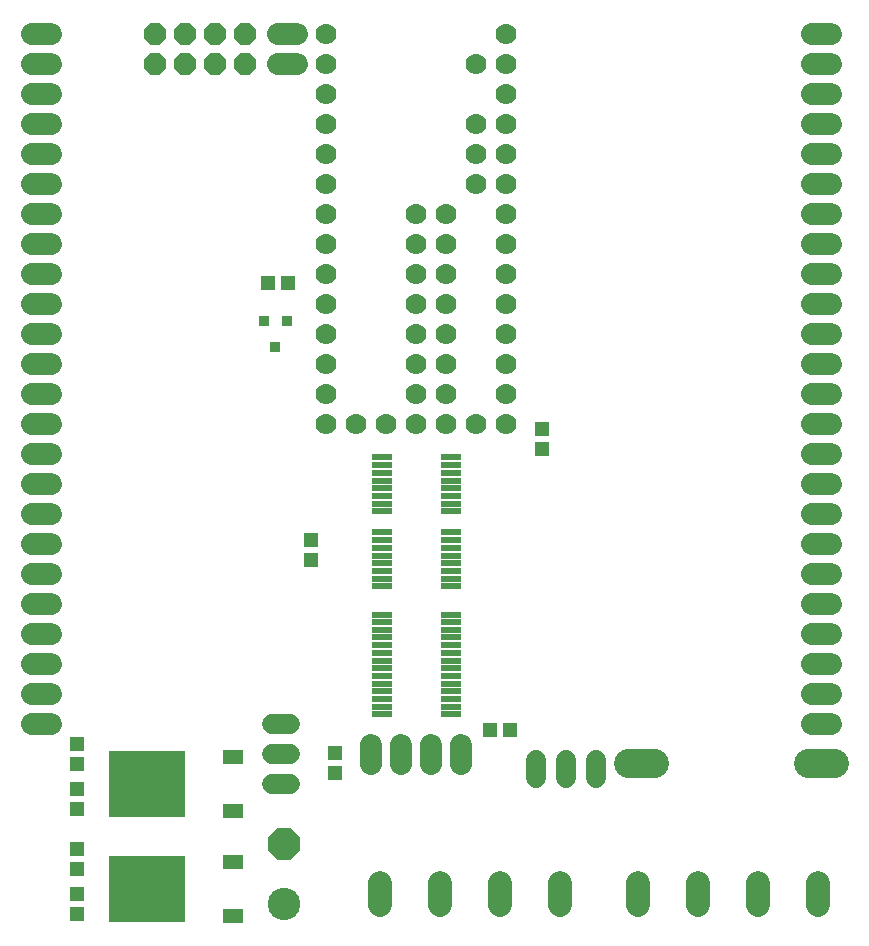
<source format=gts>
G75*
%MOIN*%
%OFA0B0*%
%FSLAX24Y24*%
%IPPOS*%
%LPD*%
%AMOC8*
5,1,8,0,0,1.08239X$1,22.5*
%
%ADD10C,0.1080*%
%ADD11OC8,0.1080*%
%ADD12R,0.0474X0.0513*%
%ADD13C,0.0965*%
%ADD14R,0.2521X0.2206*%
%ADD15R,0.0710X0.0474*%
%ADD16C,0.0680*%
%ADD17R,0.0380X0.0380*%
%ADD18R,0.0513X0.0474*%
%ADD19C,0.0720*%
%ADD20OC8,0.0720*%
%ADD21C,0.0700*%
%ADD22R,0.0660X0.0220*%
%ADD23C,0.0790*%
D10*
X010050Y002400D03*
D11*
X010050Y004400D03*
D12*
X003150Y002065D03*
X003150Y002735D03*
X003150Y003565D03*
X003150Y004235D03*
X003150Y005565D03*
X003150Y006235D03*
X003150Y007065D03*
X003150Y007735D03*
X016915Y008200D03*
X017585Y008200D03*
X010185Y023100D03*
X009515Y023100D03*
D13*
X021508Y007100D02*
X022393Y007100D01*
X027508Y007100D02*
X028393Y007100D01*
D14*
X005466Y006400D03*
X005466Y002900D03*
D15*
X008340Y002002D03*
X008340Y003798D03*
X008340Y005502D03*
X008340Y007298D03*
D16*
X009650Y007400D02*
X010250Y007400D01*
X010250Y006400D02*
X009650Y006400D01*
X009650Y008400D02*
X010250Y008400D01*
X018450Y007200D02*
X018450Y006600D01*
X019450Y006600D02*
X019450Y007200D01*
X020450Y007200D02*
X020450Y006600D01*
D17*
X009740Y020980D03*
X009380Y021834D03*
X010136Y021834D03*
D18*
X010950Y014535D03*
X010950Y013865D03*
X011750Y007435D03*
X011750Y006765D03*
X018650Y017565D03*
X018650Y018235D03*
D19*
X027630Y018400D02*
X028270Y018400D01*
X028270Y017400D02*
X027630Y017400D01*
X027630Y016400D02*
X028270Y016400D01*
X028270Y015400D02*
X027630Y015400D01*
X027630Y014400D02*
X028270Y014400D01*
X028270Y013400D02*
X027630Y013400D01*
X027630Y012400D02*
X028270Y012400D01*
X028270Y011400D02*
X027630Y011400D01*
X027630Y010400D02*
X028270Y010400D01*
X028270Y009400D02*
X027630Y009400D01*
X027630Y008400D02*
X028270Y008400D01*
X028270Y019400D02*
X027630Y019400D01*
X027630Y020400D02*
X028270Y020400D01*
X028270Y021400D02*
X027630Y021400D01*
X027630Y022400D02*
X028270Y022400D01*
X028270Y023400D02*
X027630Y023400D01*
X027630Y024400D02*
X028270Y024400D01*
X028270Y025400D02*
X027630Y025400D01*
X027630Y026400D02*
X028270Y026400D01*
X028270Y027400D02*
X027630Y027400D01*
X027630Y028400D02*
X028270Y028400D01*
X028270Y029400D02*
X027630Y029400D01*
X027630Y030400D02*
X028270Y030400D01*
X028270Y031400D02*
X027630Y031400D01*
X010470Y031400D02*
X009830Y031400D01*
X009830Y030400D02*
X010470Y030400D01*
X002270Y030400D02*
X001630Y030400D01*
X001630Y029400D02*
X002270Y029400D01*
X002270Y028400D02*
X001630Y028400D01*
X001630Y027400D02*
X002270Y027400D01*
X002270Y026400D02*
X001630Y026400D01*
X001630Y025400D02*
X002270Y025400D01*
X002270Y024400D02*
X001630Y024400D01*
X001630Y023400D02*
X002270Y023400D01*
X002270Y022400D02*
X001630Y022400D01*
X001630Y021400D02*
X002270Y021400D01*
X002270Y020400D02*
X001630Y020400D01*
X001630Y019400D02*
X002270Y019400D01*
X002270Y018400D02*
X001630Y018400D01*
X001630Y017400D02*
X002270Y017400D01*
X002270Y016400D02*
X001630Y016400D01*
X001630Y015400D02*
X002270Y015400D01*
X002270Y014400D02*
X001630Y014400D01*
X001630Y013400D02*
X002270Y013400D01*
X002270Y012400D02*
X001630Y012400D01*
X001630Y011400D02*
X002270Y011400D01*
X002270Y010400D02*
X001630Y010400D01*
X001630Y009400D02*
X002270Y009400D01*
X002270Y008400D02*
X001630Y008400D01*
X012950Y007720D02*
X012950Y007080D01*
X013950Y007080D02*
X013950Y007720D01*
X014950Y007720D02*
X014950Y007080D01*
X015950Y007080D02*
X015950Y007720D01*
X002270Y031400D02*
X001630Y031400D01*
D20*
X005750Y031400D03*
X006750Y031400D03*
X007750Y031400D03*
X007750Y030400D03*
X006750Y030400D03*
X005750Y030400D03*
X008750Y030400D03*
X008750Y031400D03*
D21*
X011450Y031400D03*
X011450Y030400D03*
X011450Y029400D03*
X011450Y028400D03*
X011450Y027400D03*
X011450Y026400D03*
X011450Y025400D03*
X011450Y024400D03*
X011450Y023400D03*
X011450Y022400D03*
X011450Y021400D03*
X011450Y020400D03*
X011450Y019400D03*
X011450Y018400D03*
X012450Y018400D03*
X013450Y018400D03*
X014450Y018400D03*
X014450Y019400D03*
X014450Y020400D03*
X014450Y021400D03*
X014450Y022400D03*
X014450Y023400D03*
X014450Y024400D03*
X014450Y025400D03*
X015450Y025400D03*
X015450Y024400D03*
X015450Y023400D03*
X015450Y022400D03*
X015450Y021400D03*
X015450Y020400D03*
X015450Y019400D03*
X015450Y018400D03*
X016450Y018400D03*
X017450Y018400D03*
X017450Y019400D03*
X017450Y020400D03*
X017450Y021400D03*
X017450Y022400D03*
X017450Y023400D03*
X017450Y024400D03*
X017450Y025400D03*
X017450Y026400D03*
X017450Y027400D03*
X017450Y028400D03*
X017450Y029400D03*
X017450Y030400D03*
X016450Y030400D03*
X017450Y031400D03*
X016450Y028400D03*
X016450Y027400D03*
X016450Y026400D03*
D22*
X015600Y017300D03*
X015600Y017040D03*
X015600Y016780D03*
X015600Y016530D03*
X015600Y016270D03*
X015600Y016020D03*
X015600Y015760D03*
X015600Y015500D03*
X015600Y014800D03*
X015600Y014540D03*
X015600Y014280D03*
X015600Y014030D03*
X015600Y013770D03*
X015600Y013520D03*
X015600Y013260D03*
X015600Y013000D03*
X015600Y012060D03*
X015600Y011810D03*
X015600Y011550D03*
X015600Y011300D03*
X015600Y011040D03*
X015600Y010780D03*
X015600Y010530D03*
X015600Y010270D03*
X015600Y010020D03*
X015600Y009760D03*
X015600Y009500D03*
X015600Y009250D03*
X015600Y008990D03*
X015600Y008740D03*
X013300Y008740D03*
X013300Y008990D03*
X013300Y009250D03*
X013300Y009500D03*
X013300Y009760D03*
X013300Y010020D03*
X013300Y010270D03*
X013300Y010530D03*
X013300Y010780D03*
X013300Y011040D03*
X013300Y011300D03*
X013300Y011550D03*
X013300Y011810D03*
X013300Y012060D03*
X013300Y013000D03*
X013300Y013260D03*
X013300Y013520D03*
X013300Y013770D03*
X013300Y014030D03*
X013300Y014280D03*
X013300Y014540D03*
X013300Y014800D03*
X013300Y015500D03*
X013300Y015760D03*
X013300Y016020D03*
X013300Y016270D03*
X013300Y016530D03*
X013300Y016780D03*
X013300Y017040D03*
X013300Y017300D03*
D23*
X013250Y003105D02*
X013250Y002395D01*
X015250Y002395D02*
X015250Y003105D01*
X017250Y003105D02*
X017250Y002395D01*
X019250Y002395D02*
X019250Y003105D01*
X021850Y003105D02*
X021850Y002395D01*
X023850Y002395D02*
X023850Y003105D01*
X025850Y003105D02*
X025850Y002395D01*
X027850Y002395D02*
X027850Y003105D01*
M02*

</source>
